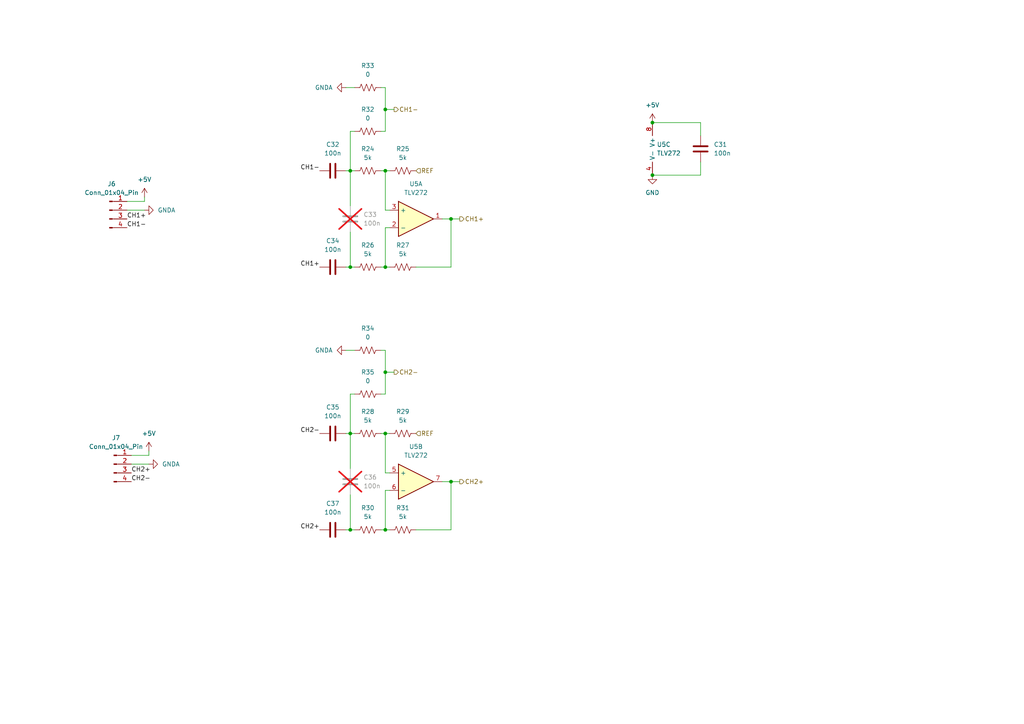
<source format=kicad_sch>
(kicad_sch (version 20230121) (generator eeschema)
  (paper "A4")
  (lib_symbols
    (symbol "Connector:Conn_01x04_Pin" (pin_names (offset 1.016) hide)
      (property "Reference" "J" (at 0 5.08 0))
      (property "Value" "Conn_01x04_Pin" (at 0 -7.62 0))
      (symbol "Conn_01x04_Pin_1_1"
        (polyline (pts (xy 1.27 -5.08) (xy 0.8636 -5.08)) (stroke (width 0.1524)))
        (polyline (pts (xy 1.27 -2.54) (xy 0.8636 -2.54)) (stroke (width 0.1524)))
        (polyline (pts (xy 1.27 0) (xy 0.8636 0)) (stroke (width 0.1524)))
        (polyline (pts (xy 1.27 2.54) (xy 0.8636 2.54)) (stroke (width 0.1524)))
        (rectangle (start 0.8636 -4.953) (end 0 -5.207) (stroke (width 0.1524)) (fill (type outline)))
        (rectangle (start 0.8636 -2.413) (end 0 -2.667) (stroke (width 0.1524)) (fill (type outline)))
        (rectangle (start 0.8636 0.127) (end 0 -0.127) (stroke (width 0.1524)) (fill (type outline)))
        (rectangle (start 0.8636 2.667) (end 0 2.413) (stroke (width 0.1524)) (fill (type outline)))
        (pin passive line (at 5.08 2.54 180) (length 3.81) (name "Pin_1") (number "1"))
        (pin passive line (at 5.08 0 180) (length 3.81) (name "Pin_2") (number "2"))
        (pin passive line (at 5.08 -2.54 180) (length 3.81) (name "Pin_3") (number "3"))
        (pin passive line (at 5.08 -5.08 180) (length 3.81) (name "Pin_4") (number "4"))
      )
    )
    (symbol "Device:C" (pin_numbers hide) (pin_names (offset 0.254))
      (property "Reference" "C" (at 0.635 2.54 0))
      (property "Value" "C" (at 0.635 -2.54 0))
      (symbol "C_0_1"
        (polyline (pts (xy -2.032 -0.762) (xy 2.032 -0.762)) (stroke (width 0.508)))
        (polyline (pts (xy -2.032 0.762) (xy 2.032 0.762)) (stroke (width 0.508)))
      )
      (symbol "C_1_1"
        (pin passive line (at 0 3.81 270) (length 2.794) (name "~") (number "1"))
        (pin passive line (at 0 -3.81 90) (length 2.794) (name "~") (number "2"))
      )
    )
    (symbol "Device:Opamp_Dual"
      (property "Reference" "U" (at 0 5.08 0))
      (property "Value" "Opamp_Dual" (at 0 -5.08 0))
      (symbol "Opamp_Dual_1_1"
        (polyline (pts (xy -5.08 5.08) (xy 5.08 0) (xy -5.08 -5.08) (xy -5.08 5.08)) (stroke (width 0.254)) (fill (type background)))
        (pin output line (at 7.62 0 180) (length 2.54) (name "~") (number "1"))
        (pin input line (at -7.62 -2.54 0) (length 2.54) (name "-") (number "2"))
        (pin input line (at -7.62 2.54 0) (length 2.54) (name "+") (number "3"))
      )
      (symbol "Opamp_Dual_2_1"
        (polyline (pts (xy -5.08 5.08) (xy 5.08 0) (xy -5.08 -5.08) (xy -5.08 5.08)) (stroke (width 0.254)) (fill (type background)))
        (pin input line (at -7.62 2.54 0) (length 2.54) (name "+") (number "5"))
        (pin input line (at -7.62 -2.54 0) (length 2.54) (name "-") (number "6"))
        (pin output line (at 7.62 0 180) (length 2.54) (name "~") (number "7"))
      )
      (symbol "Opamp_Dual_3_1"
        (pin power_in line (at -2.54 -7.62 90) (length 3.81) (name "V-") (number "4"))
        (pin power_in line (at -2.54 7.62 270) (length 3.81) (name "V+") (number "8"))
      )
    )
    (symbol "Device:R_US" (pin_numbers hide) (pin_names (offset 0))
      (property "Reference" "R" (at 2.54 0 90))
      (property "Value" "R_US" (at -2.54 0 90))
      (symbol "R_US_0_1"
        (polyline (pts (xy 0 -2.286) (xy 0 -2.54)))
        (polyline (pts (xy 0 2.286) (xy 0 2.54)))
        (polyline (pts (xy 0 -0.762) (xy 1.016 -1.143) (xy 0 -1.524) (xy -1.016 -1.905) (xy 0 -2.286)))
        (polyline (pts (xy 0 0.762) (xy 1.016 0.381) (xy 0 0) (xy -1.016 -0.381) (xy 0 -0.762)))
        (polyline (pts (xy 0 2.286) (xy 1.016 1.905) (xy 0 1.524) (xy -1.016 1.143) (xy 0 0.762)))
      )
      (symbol "R_US_1_1"
        (pin passive line (at 0 3.81 270) (length 1.27) (name "~") (number "1"))
        (pin passive line (at 0 -3.81 90) (length 1.27) (name "~") (number "2"))
      )
    )
    (symbol "power:+5V" (power) (pin_names (offset 0))
      (property "Value" "+5V" (at 0 3.556 0))
      (symbol "+5V_0_1"
        (polyline (pts (xy -0.762 1.27) (xy 0 2.54)))
        (polyline (pts (xy 0 0) (xy 0 2.54)))
        (polyline (pts (xy 0 2.54) (xy 0.762 1.27)))
      )
      (symbol "+5V_1_1"
        (pin power_in line (at 0 0 90) (length 0) hide (name "+5V") (number "1"))
      )
    )
    (symbol "power:GND" (power) (pin_names (offset 0))
      (property "Value" "GND" (at 0 -3.81 0))
      (symbol "GND_0_1"
        (polyline (pts (xy 0 0) (xy 0 -1.27) (xy 1.27 -1.27) (xy 0 -2.54) (xy -1.27 -1.27) (xy 0 -1.27)))
      )
      (symbol "GND_1_1"
        (pin power_in line (at 0 0 270) (length 0) hide (name "GND") (number "1"))
      )
    )
    (symbol "power:GNDA" (power) (pin_names (offset 0))
      (property "Value" "GNDA" (at 0 -3.81 0))
      (symbol "GNDA_0_1"
        (polyline (pts (xy 0 0) (xy 0 -1.27) (xy 1.27 -1.27) (xy 0 -2.54) (xy -1.27 -1.27) (xy 0 -1.27)))
      )
      (symbol "GNDA_1_1"
        (pin power_in line (at 0 0 270) (length 0) hide (name "GNDA") (number "1"))
      )
    )
  )
  (junction (at 130.81 63.5))
  (junction (at 101.6 77.47))
  (junction (at 101.6 49.53))
  (junction (at 111.76 107.95))
  (junction (at 101.6 125.73))
  (junction (at 111.76 77.47))
  (junction (at 111.76 153.67))
  (junction (at 111.76 49.53))
  (junction (at 130.81 139.7))
  (junction (at 189.23 35.56))
  (junction (at 101.6 153.67))
  (junction (at 189.23 50.8))
  (junction (at 111.76 31.75))
  (junction (at 111.76 125.73))
  (wire (pts (xy 130.81 153.67) (xy 130.81 139.7)))
  (wire (pts (xy 101.6 49.53) (xy 102.87 49.53)))
  (wire (pts (xy 111.76 60.96) (xy 111.76 49.53)))
  (wire (pts (xy 113.03 60.96) (xy 111.76 60.96)))
  (wire (pts (xy 203.2 39.37) (xy 203.2 35.56)))
  (wire (pts (xy 110.49 125.73) (xy 111.76 125.73)))
  (wire (pts (xy 110.49 77.47) (xy 111.76 77.47)))
  (wire (pts (xy 111.76 137.16) (xy 111.76 125.73)))
  (wire (pts (xy 111.76 114.3) (xy 111.76 107.95)))
  (wire (pts (xy 101.6 38.1) (xy 101.6 49.53)))
  (wire (pts (xy 36.83 60.96) (xy 41.91 60.96)))
  (wire (pts (xy 111.76 107.95) (xy 114.3 107.95)))
  (wire (pts (xy 101.6 114.3) (xy 101.6 125.73)))
  (wire (pts (xy 100.33 125.73) (xy 101.6 125.73)))
  (wire (pts (xy 101.6 143.51) (xy 101.6 153.67)))
  (wire (pts (xy 100.33 49.53) (xy 101.6 49.53)))
  (wire (pts (xy 130.81 139.7) (xy 128.27 139.7)))
  (wire (pts (xy 100.33 25.4) (xy 102.87 25.4)))
  (wire (pts (xy 111.76 77.47) (xy 113.03 77.47)))
  (wire (pts (xy 110.49 38.1) (xy 111.76 38.1)))
  (wire (pts (xy 111.76 153.67) (xy 113.03 153.67)))
  (wire (pts (xy 101.6 125.73) (xy 102.87 125.73)))
  (wire (pts (xy 110.49 153.67) (xy 111.76 153.67)))
  (wire (pts (xy 101.6 49.53) (xy 101.6 59.69)))
  (wire (pts (xy 120.65 153.67) (xy 130.81 153.67)))
  (wire (pts (xy 111.76 38.1) (xy 111.76 31.75)))
  (wire (pts (xy 101.6 38.1) (xy 102.87 38.1)))
  (wire (pts (xy 111.76 107.95) (xy 111.76 101.6)))
  (wire (pts (xy 101.6 67.31) (xy 101.6 77.47)))
  (wire (pts (xy 101.6 125.73) (xy 101.6 135.89)))
  (wire (pts (xy 111.76 66.04) (xy 111.76 77.47)))
  (wire (pts (xy 110.49 49.53) (xy 111.76 49.53)))
  (wire (pts (xy 203.2 35.56) (xy 189.23 35.56)))
  (wire (pts (xy 111.76 142.24) (xy 111.76 153.67)))
  (wire (pts (xy 120.65 77.47) (xy 130.81 77.47)))
  (wire (pts (xy 111.76 31.75) (xy 114.3 31.75)))
  (wire (pts (xy 36.83 58.42) (xy 41.91 58.42)))
  (wire (pts (xy 43.18 132.08) (xy 43.18 130.81)))
  (wire (pts (xy 38.1 132.08) (xy 43.18 132.08)))
  (wire (pts (xy 113.03 137.16) (xy 111.76 137.16)))
  (wire (pts (xy 111.76 25.4) (xy 110.49 25.4)))
  (wire (pts (xy 111.76 101.6) (xy 110.49 101.6)))
  (wire (pts (xy 111.76 31.75) (xy 111.76 25.4)))
  (wire (pts (xy 101.6 77.47) (xy 102.87 77.47)))
  (wire (pts (xy 113.03 142.24) (xy 111.76 142.24)))
  (wire (pts (xy 130.81 63.5) (xy 128.27 63.5)))
  (wire (pts (xy 110.49 114.3) (xy 111.76 114.3)))
  (wire (pts (xy 130.81 77.47) (xy 130.81 63.5)))
  (wire (pts (xy 130.81 63.5) (xy 133.35 63.5)))
  (wire (pts (xy 111.76 49.53) (xy 113.03 49.53)))
  (wire (pts (xy 111.76 125.73) (xy 113.03 125.73)))
  (wire (pts (xy 101.6 153.67) (xy 102.87 153.67)))
  (wire (pts (xy 100.33 153.67) (xy 101.6 153.67)))
  (wire (pts (xy 38.1 134.62) (xy 43.18 134.62)))
  (wire (pts (xy 100.33 101.6) (xy 102.87 101.6)))
  (wire (pts (xy 101.6 114.3) (xy 102.87 114.3)))
  (wire (pts (xy 41.91 58.42) (xy 41.91 57.15)))
  (wire (pts (xy 113.03 66.04) (xy 111.76 66.04)))
  (wire (pts (xy 203.2 46.99) (xy 203.2 50.8)))
  (wire (pts (xy 130.81 139.7) (xy 133.35 139.7)))
  (wire (pts (xy 100.33 77.47) (xy 101.6 77.47)))
  (wire (pts (xy 203.2 50.8) (xy 189.23 50.8)))
  (label "CH1-" (at 92.71 49.53 180))
  (label "CH2-" (at 38.1 139.7 0))
  (label "CH1+" (at 92.71 77.47 180))
  (label "CH2+" (at 38.1 137.16 0))
  (label "CH2+" (at 92.71 153.67 180))
  (label "CH1+" (at 36.83 63.5 0))
  (label "CH1-" (at 36.83 66.04 0))
  (label "CH2-" (at 92.71 125.73 180))
  (hierarchical_label "CH2+" (shape output) (at 133.35 139.7 0))
  (hierarchical_label "REF" (shape input) (at 120.65 49.53 0))
  (hierarchical_label "REF" (shape input) (at 120.65 125.73 0))
  (hierarchical_label "CH1+" (shape output) (at 133.35 63.5 0))
  (hierarchical_label "CH2-" (shape output) (at 114.3 107.95 0))
  (hierarchical_label "CH1-" (shape output) (at 114.3 31.75 0))
  (symbol (lib_id "Device:Opamp_Dual") (at 120.65 139.7 0) (unit 2)
    (property "Reference" "U5" (at 120.65 129.54 0))
    (property "Value" "TLV272" (at 120.65 132.08 0))
    (property "Footprint" "Package_SO:MSOP-8_3x3mm_P0.65mm" (effects hide))
  )
  (symbol (lib_id "power:GNDA") (at 43.18 134.62 90) (unit 1)
    (property "Reference" "#PWR069" (effects hide))
    (property "Value" "GNDA" (at 46.99 134.62 90) (effects (justify right)))
  )
  (symbol (lib_id "Connector:Conn_01x04_Pin") (at 31.75 60.96 0) (unit 1)
    (property "Reference" "J6" (at 32.385 53.34 0))
    (property "Value" "Conn_01x04_Pin" (at 32.385 55.88 0))
    (property "Footprint" "Connector_Molex:Molex_PicoBlade_53047-0410_1x04_P1.25mm_Vertical" (effects hide))
  )
  (symbol (lib_id "power:+5V") (at 41.91 57.15 0) (unit 1)
    (property "Reference" "#PWR066" (effects hide))
    (property "Value" "+5V" (at 41.91 52.07 0))
  )
  (symbol (lib_id "Device:R_US") (at 116.84 49.53 90) (unit 1)
    (property "Reference" "R25" (at 116.84 43.18 90))
    (property "Value" "5k" (at 116.84 45.72 90))
    (property "Footprint" "Resistor_SMD:R_0603_1608Metric" (effects hide))
  )
  (symbol (lib_id "Device:R_US") (at 116.84 153.67 90) (unit 1)
    (property "Reference" "R31" (at 116.84 147.32 90))
    (property "Value" "5k" (at 116.84 149.86 90))
    (property "Footprint" "Resistor_SMD:R_0603_1608Metric" (effects hide))
  )
  (symbol (lib_id "Device:C") (at 96.52 49.53 90) (unit 1)
    (property "Reference" "C32" (at 96.52 41.91 90))
    (property "Value" "100n" (at 96.52 44.45 90))
    (property "Footprint" "Capacitor_SMD:C_0603_1608Metric" (effects hide))
  )
  (symbol (lib_id "Device:R_US") (at 106.68 114.3 90) (unit 1)
    (property "Reference" "R35" (at 106.68 107.95 90))
    (property "Value" "0" (at 106.68 110.49 90))
    (property "Footprint" "Resistor_SMD:R_0603_1608Metric" (effects hide))
  )
  (symbol (lib_id "Device:R_US") (at 106.68 25.4 90) (unit 1)
    (property "Reference" "R33" (at 106.68 19.05 90))
    (property "Value" "0" (at 106.68 21.59 90))
    (property "Footprint" "Resistor_SMD:R_0603_1608Metric" (effects hide))
  )
  (symbol (lib_id "Device:C") (at 101.6 63.5 180) (unit 1) (dnp yes)
    (property "Reference" "C33" (at 105.41 62.23 0) (effects (justify right)))
    (property "Value" "100n" (at 105.41 64.77 0) (effects (justify right)))
    (property "Footprint" "Capacitor_SMD:C_0603_1608Metric" (effects hide))
  )
  (symbol (lib_id "power:+5V") (at 43.18 130.81 0) (unit 1)
    (property "Reference" "#PWR068" (effects hide))
    (property "Value" "+5V" (at 43.18 125.73 0))
  )
  (symbol (lib_id "Device:R_US") (at 106.68 49.53 90) (unit 1)
    (property "Reference" "R24" (at 106.68 43.18 90))
    (property "Value" "5k" (at 106.68 45.72 90))
    (property "Footprint" "Resistor_SMD:R_0603_1608Metric" (effects hide))
  )
  (symbol (lib_id "Device:Opamp_Dual") (at 120.65 63.5 0) (unit 1)
    (property "Reference" "U5" (at 120.65 53.34 0))
    (property "Value" "TLV272" (at 120.65 55.88 0))
    (property "Footprint" "Package_SO:MSOP-8_3x3mm_P0.65mm" (effects hide))
  )
  (symbol (lib_id "Device:R_US") (at 106.68 77.47 90) (unit 1)
    (property "Reference" "R26" (at 106.68 71.12 90))
    (property "Value" "5k" (at 106.68 73.66 90))
    (property "Footprint" "Resistor_SMD:R_0603_1608Metric" (effects hide))
  )
  (symbol (lib_id "Connector:Conn_01x04_Pin") (at 33.02 134.62 0) (unit 1)
    (property "Reference" "J7" (at 33.655 127 0))
    (property "Value" "Conn_01x04_Pin" (at 33.655 129.54 0))
    (property "Footprint" "Connector_Molex:Molex_PicoBlade_53047-0410_1x04_P1.25mm_Vertical" (effects hide))
  )
  (symbol (lib_id "power:GNDA") (at 41.91 60.96 90) (unit 1)
    (property "Reference" "#PWR067" (effects hide))
    (property "Value" "GNDA" (at 45.72 60.96 90) (effects (justify right)))
  )
  (symbol (lib_id "power:GNDA") (at 100.33 25.4 270) (unit 1)
    (property "Reference" "#PWR040" (effects hide))
    (property "Value" "GNDA" (at 96.52 25.4 90) (effects (justify right)))
  )
  (symbol (lib_id "Device:R_US") (at 116.84 125.73 90) (unit 1)
    (property "Reference" "R29" (at 116.84 119.38 90))
    (property "Value" "5k" (at 116.84 121.92 90))
    (property "Footprint" "Resistor_SMD:R_0603_1608Metric" (effects hide))
  )
  (symbol (lib_id "power:GNDA") (at 100.33 101.6 270) (unit 1)
    (property "Reference" "#PWR041" (effects hide))
    (property "Value" "GNDA" (at 96.52 101.6 90) (effects (justify right)))
  )
  (symbol (lib_id "power:GND") (at 189.23 50.8 0) (unit 1)
    (property "Reference" "#PWR065" (effects hide))
    (property "Value" "GND" (at 189.23 55.88 0))
  )
  (symbol (lib_id "Device:Opamp_Dual") (at 191.77 43.18 0) (unit 3)
    (property "Reference" "U5" (at 190.5 41.91 0) (effects (justify left)))
    (property "Value" "TLV272" (at 190.5 44.45 0) (effects (justify left)))
    (property "Footprint" "Package_SO:MSOP-8_3x3mm_P0.65mm" (effects hide))
  )
  (symbol (lib_id "Device:C") (at 96.52 125.73 90) (unit 1)
    (property "Reference" "C35" (at 96.52 118.11 90))
    (property "Value" "100n" (at 96.52 120.65 90))
    (property "Footprint" "Capacitor_SMD:C_0603_1608Metric" (effects hide))
  )
  (symbol (lib_id "Device:C") (at 203.2 43.18 0) (unit 1)
    (property "Reference" "C31" (at 207.01 41.91 0) (effects (justify left)))
    (property "Value" "100n" (at 207.01 44.45 0) (effects (justify left)))
    (property "Footprint" "Capacitor_SMD:C_0603_1608Metric" (effects hide))
  )
  (symbol (lib_id "Device:C") (at 101.6 139.7 180) (unit 1) (dnp yes)
    (property "Reference" "C36" (at 105.41 138.43 0) (effects (justify right)))
    (property "Value" "100n" (at 105.41 140.97 0) (effects (justify right)))
    (property "Footprint" "Capacitor_SMD:C_0603_1608Metric" (effects hide))
  )
  (symbol (lib_id "Device:C") (at 96.52 77.47 90) (unit 1)
    (property "Reference" "C34" (at 96.52 69.85 90))
    (property "Value" "100n" (at 96.52 72.39 90))
    (property "Footprint" "Capacitor_SMD:C_0603_1608Metric" (effects hide))
  )
  (symbol (lib_id "Device:R_US") (at 106.68 125.73 90) (unit 1)
    (property "Reference" "R28" (at 106.68 119.38 90))
    (property "Value" "5k" (at 106.68 121.92 90))
    (property "Footprint" "Resistor_SMD:R_0603_1608Metric" (effects hide))
  )
  (symbol (lib_id "Device:R_US") (at 116.84 77.47 90) (unit 1)
    (property "Reference" "R27" (at 116.84 71.12 90))
    (property "Value" "5k" (at 116.84 73.66 90))
    (property "Footprint" "Resistor_SMD:R_0603_1608Metric" (effects hide))
  )
  (symbol (lib_id "Device:C") (at 96.52 153.67 90) (unit 1)
    (property "Reference" "C37" (at 96.52 146.05 90))
    (property "Value" "100n" (at 96.52 148.59 90))
    (property "Footprint" "Capacitor_SMD:C_0603_1608Metric" (effects hide))
  )
  (symbol (lib_id "Device:R_US") (at 106.68 153.67 90) (unit 1)
    (property "Reference" "R30" (at 106.68 147.32 90))
    (property "Value" "5k" (at 106.68 149.86 90))
    (property "Footprint" "Resistor_SMD:R_0603_1608Metric" (effects hide))
  )
  (symbol (lib_id "Device:R_US") (at 106.68 38.1 90) (unit 1)
    (property "Reference" "R32" (at 106.68 31.75 90))
    (property "Value" "0" (at 106.68 34.29 90))
    (property "Footprint" "Resistor_SMD:R_0603_1608Metric" (effects hide))
  )
  (symbol (lib_id "Device:R_US") (at 106.68 101.6 90) (unit 1)
    (property "Reference" "R34" (at 106.68 95.25 90))
    (property "Value" "0" (at 106.68 97.79 90))
    (property "Footprint" "Resistor_SMD:R_0603_1608Metric" (effects hide))
  )
  (symbol (lib_id "power:+5V") (at 189.23 35.56 0) (unit 1)
    (property "Reference" "#PWR064" (effects hide))
    (property "Value" "+5V" (at 189.23 30.48 0))
  )
)
</source>
